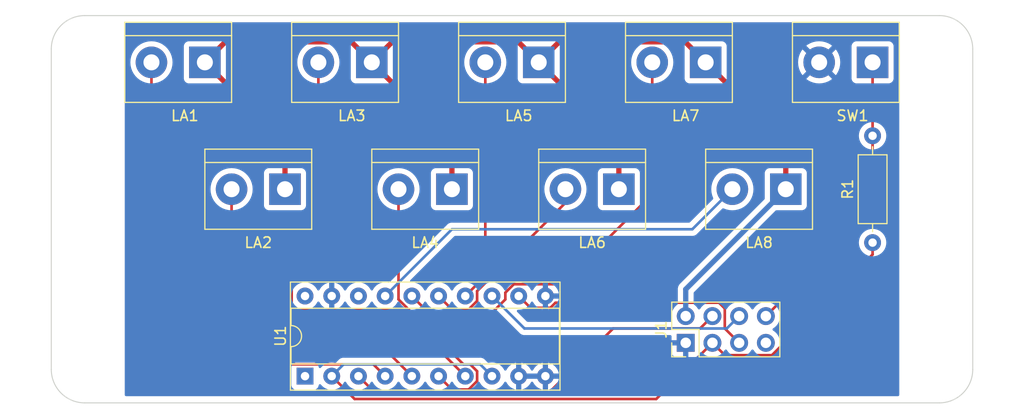
<source format=kicad_pcb>
(kicad_pcb (version 20221018) (generator pcbnew)
  (layers (0 "F.Cu" signal) (31 "B.Cu" signal) (34 "B.Paste" user) (35 "F.Paste" user) (36 "B.SilkS" user "B.Silkscreen") (37 "F.SilkS" user "F.Silkscreen") (38 "B.Mask" user) (39 "F.Mask" user) (44 "Edge.Cuts" user))
  (net 0 "")
  (net 1 "GND")
  (net 2 "+12V")
  (net 3 "+5V")
  (net 4 "Net-(J1-Pin_4)")
  (net 5 "Net-(J1-Pin_5)")
  (net 6 "Net-(J1-Pin_6)")
  (net 8 "Net-(J1-Pin_8)")
  (net 12 "Net-(LA1-+)")
  (net 13 "Net-(LA2-+)")
  (net 14 "Net-(LA3-+)")
  (net 15 "Net-(LA4-+)")
  (net 16 "Net-(LA5-+)")
  (net 17 "Net-(LA6-+)")
  (net 18 "Net-(LA7-+)")
  (net 19 "Net-(LA8-+)")
  (footprint "SMM:TerminalBlock-2_P5.08mm_small" (layer "F.Cu") (at 96.52 46.355 180)
    (fp_text reference "LA2" (at 2.54 -5.08) (layer "F.SilkS"))
    (fp_text value "Lamp")
    (fp_line (start -2.54 -3.81) (end -2.54 3.81) (stroke (width 0.12)) (layer "F.SilkS"))
    (fp_line (start -2.54 3.81) (end 7.62 3.81) (stroke (width 0.12)) (layer "F.SilkS"))
    (fp_line (start 7.62 -3.81) (end -2.54 -3.81) (stroke (width 0.12)) (layer "F.SilkS"))
    (fp_line (start 7.62 2.54) (end -2.54 2.54) (stroke (width 0.12)) (layer "F.SilkS"))
    (fp_line (start 7.62 3.81) (end 7.62 -3.81) (stroke (width 0.12)) (layer "F.SilkS"))
    (pad "1" thru_hole rect (at 0 0 180) (size 3 3) (drill 1.52) (layers "*.Cu" "*.Mask") (net 2 "+12V"))
    (pad "2" thru_hole circle (at 5.08 0 180) (size 3 3) (drill 1.52) (layers "*.Cu" "*.Mask") (net 13 "Net-(LA2-+)"))
  )
  (footprint "SMM:TerminalBlock-2_P5.08mm_small" (layer "F.Cu") (at 112.395 46.355 180)
    (fp_text reference "LA4" (at 2.54 -5.08) (layer "F.SilkS"))
    (fp_text value "Lamp")
    (fp_line (start -2.54 -3.81) (end -2.54 3.81) (stroke (width 0.12)) (layer "F.SilkS"))
    (fp_line (start -2.54 3.81) (end 7.62 3.81) (stroke (width 0.12)) (layer "F.SilkS"))
    (fp_line (start 7.62 -3.81) (end -2.54 -3.81) (stroke (width 0.12)) (layer "F.SilkS"))
    (fp_line (start 7.62 2.54) (end -2.54 2.54) (stroke (width 0.12)) (layer "F.SilkS"))
    (fp_line (start 7.62 3.81) (end 7.62 -3.81) (stroke (width 0.12)) (layer "F.SilkS"))
    (pad "1" thru_hole rect (at 0 0 180) (size 3 3) (drill 1.52) (layers "*.Cu" "*.Mask") (net 2 "+12V"))
    (pad "2" thru_hole circle (at 5.08 0 180) (size 3 3) (drill 1.52) (layers "*.Cu" "*.Mask") (net 15 "Net-(LA4-+)"))
  )
  (footprint "Package_DIP:DIP-20_W7.62mm_Socket" (layer "F.Cu") (at 98.425 64.135 90)
    (fp_text reference "U1" (at 3.81 -2.33 90) (layer "F.SilkS"))
    (fp_text value "TPIC6B595")
    (fp_line (start -1.33 -1.39) (end -1.33 24.25) (stroke (width 0.12)) (layer "F.SilkS"))
    (fp_line (start -1.33 24.25) (end 8.95 24.25) (stroke (width 0.12)) (layer "F.SilkS"))
    (fp_line (start 1.16 -1.33) (end 1.16 24.19) (stroke (width 0.12)) (layer "F.SilkS"))
    (fp_line (start 1.16 24.19) (end 6.46 24.19) (stroke (width 0.12)) (layer "F.SilkS"))
    (fp_line (start 2.81 -1.33) (end 1.16 -1.33) (stroke (width 0.12)) (layer "F.SilkS"))
    (fp_line (start 6.46 -1.33) (end 4.81 -1.33) (stroke (width 0.12)) (layer "F.SilkS"))
    (fp_line (start 6.46 24.19) (end 6.46 -1.33) (stroke (width 0.12)) (layer "F.SilkS"))
    (fp_line (start 8.95 -1.39) (end -1.33 -1.39) (stroke (width 0.12)) (layer "F.SilkS"))
    (fp_line (start 8.95 24.25) (end 8.95 -1.39) (stroke (width 0.12)) (layer "F.SilkS"))
    (fp_arc (start 4.81 -1.33) (mid 3.81 -0.33) (end 2.81 -1.33) (stroke (width 0.12)) (layer "F.SilkS"))
    (pad "1" thru_hole rect (at 0 0 90) (size 1.6 1.6) (drill 0.8) (layers "*.Cu" "*.Mask"))
    (pad "2" thru_hole oval (at 0 2.54 90) (size 1.6 1.6) (drill 0.8) (layers "*.Cu" "*.Mask") (net 3 "+5V"))
    (pad "3" thru_hole oval (at 0 5.08 90) (size 1.6 1.6) (drill 0.8) (layers "*.Cu" "*.Mask") (net 4 "Net-(J1-Pin_4)"))
    (pad "4" thru_hole oval (at 0 7.62 90) (size 1.6 1.6) (drill 0.8) (layers "*.Cu" "*.Mask") (net 12 "Net-(LA1-+)"))
    (pad "5" thru_hole oval (at 0 10.16 90) (size 1.6 1.6) (drill 0.8) (layers "*.Cu" "*.Mask") (net 13 "Net-(LA2-+)"))
    (pad "6" thru_hole oval (at 0 12.7 90) (size 1.6 1.6) (drill 0.8) (layers "*.Cu" "*.Mask") (net 15 "Net-(LA4-+)"))
    (pad "7" thru_hole oval (at 0 15.24 90) (size 1.6 1.6) (drill 0.8) (layers "*.Cu" "*.Mask") (net 14 "Net-(LA3-+)"))
    (pad "8" thru_hole oval (at 0 17.78 90) (size 1.6 1.6) (drill 0.8) (layers "*.Cu" "*.Mask") (net 3 "+5V"))
    (pad "9" thru_hole oval (at 0 20.32 90) (size 1.6 1.6) (drill 0.8) (layers "*.Cu" "*.Mask") (net 1 "GND"))
    (pad "10" thru_hole oval (at 0 22.86 90) (size 1.6 1.6) (drill 0.8) (layers "*.Cu" "*.Mask") (net 1 "GND"))
    (pad "11" thru_hole oval (at 7.62 22.86 90) (size 1.6 1.6) (drill 0.8) (layers "*.Cu" "*.Mask") (net 1 "GND"))
    (pad "12" thru_hole oval (at 7.62 20.32 90) (size 1.6 1.6) (drill 0.8) (layers "*.Cu" "*.Mask") (net 5 "Net-(J1-Pin_5)"))
    (pad "13" thru_hole oval (at 7.62 17.78 90) (size 1.6 1.6) (drill 0.8) (layers "*.Cu" "*.Mask") (net 6 "Net-(J1-Pin_6)"))
    (pad "14" thru_hole oval (at 7.62 15.24 90) (size 1.6 1.6) (drill 0.8) (layers "*.Cu" "*.Mask") (net 16 "Net-(LA5-+)"))
    (pad "15" thru_hole oval (at 7.62 12.7 90) (size 1.6 1.6) (drill 0.8) (layers "*.Cu" "*.Mask") (net 17 "Net-(LA6-+)"))
    (pad "16" thru_hole oval (at 7.62 10.16 90) (size 1.6 1.6) (drill 0.8) (layers "*.Cu" "*.Mask") (net 18 "Net-(LA7-+)"))
    (pad "17" thru_hole oval (at 7.62 7.62 90) (size 1.6 1.6) (drill 0.8) (layers "*.Cu" "*.Mask") (net 19 "Net-(LA8-+)"))
    (pad "18" thru_hole oval (at 7.62 5.08 90) (size 1.6 1.6) (drill 0.8) (layers "*.Cu" "*.Mask"))
    (pad "19" thru_hole oval (at 7.62 2.54 90) (size 1.6 1.6) (drill 0.8) (layers "*.Cu" "*.Mask") (net 1 "GND"))
    (pad "20" thru_hole oval (at 7.62 0 90) (size 1.6 1.6) (drill 0.8) (layers "*.Cu" "*.Mask"))
  )
  (footprint "SMM:TerminalBlock-2_P5.08mm_small" (layer "F.Cu") (at 128.27 46.355 180)
    (fp_text reference "LA6" (at 2.54 -5.08) (layer "F.SilkS"))
    (fp_text value "Lamp")
    (fp_line (start -2.54 -3.81) (end -2.54 3.81) (stroke (width 0.12)) (layer "F.SilkS"))
    (fp_line (start -2.54 3.81) (end 7.62 3.81) (stroke (width 0.12)) (layer "F.SilkS"))
    (fp_line (start 7.62 -3.81) (end -2.54 -3.81) (stroke (width 0.12)) (layer "F.SilkS"))
    (fp_line (start 7.62 2.54) (end -2.54 2.54) (stroke (width 0.12)) (layer "F.SilkS"))
    (fp_line (start 7.62 3.81) (end 7.62 -3.81) (stroke (width 0.12)) (layer "F.SilkS"))
    (pad "1" thru_hole rect (at 0 0 180) (size 3 3) (drill 1.52) (layers "*.Cu" "*.Mask") (net 2 "+12V"))
    (pad "2" thru_hole circle (at 5.08 0 180) (size 3 3) (drill 1.52) (layers "*.Cu" "*.Mask") (net 17 "Net-(LA6-+)"))
  )
  (footprint "Connector_PinHeader_2.54mm:PinHeader_2x04_P2.54mm_Vertical" (layer "F.Cu") (at 134.63 60.965 90)
    (fp_text reference "J1" (at 1.27 -2.33 90) (layer "F.SilkS"))
    (fp_text value "Conn_01x08")
    (fp_line (start -1.33 -1.33) (end 0 -1.33) (stroke (width 0.12)) (layer "F.SilkS"))
    (fp_line (start -1.33 0) (end -1.33 -1.33) (stroke (width 0.12)) (layer "F.SilkS"))
    (fp_line (start -1.33 1.27) (end -1.33 8.95) (stroke (width 0.12)) (layer "F.SilkS"))
    (fp_line (start -1.33 1.27) (end 1.27 1.27) (stroke (width 0.12)) (layer "F.SilkS"))
    (fp_line (start -1.33 8.95) (end 3.87 8.95) (stroke (width 0.12)) (layer "F.SilkS"))
    (fp_line (start 1.27 -1.33) (end 3.87 -1.33) (stroke (width 0.12)) (layer "F.SilkS"))
    (fp_line (start 1.27 1.27) (end 1.27 -1.33) (stroke (width 0.12)) (layer "F.SilkS"))
    (fp_line (start 3.87 -1.33) (end 3.87 8.95) (stroke (width 0.12)) (layer "F.SilkS"))
    (pad "1" thru_hole rect (at 0 0 90) (size 1.7 1.7) (drill 1) (layers "*.Cu" "*.Mask") (net 1 "GND"))
    (pad "2" thru_hole oval (at 2.54 0 90) (size 1.7 1.7) (drill 1) (layers "*.Cu" "*.Mask") (net 2 "+12V"))
    (pad "3" thru_hole oval (at 0 2.54 90) (size 1.7 1.7) (drill 1) (layers "*.Cu" "*.Mask") (net 3 "+5V"))
    (pad "4" thru_hole oval (at 2.54 2.54 90) (size 1.7 1.7) (drill 1) (layers "*.Cu" "*.Mask") (net 4 "Net-(J1-Pin_4)"))
    (pad "5" thru_hole oval (at 0 5.08 90) (size 1.7 1.7) (drill 1) (layers "*.Cu" "*.Mask") (net 5 "Net-(J1-Pin_5)"))
    (pad "6" thru_hole oval (at 2.54 5.08 90) (size 1.7 1.7) (drill 1) (layers "*.Cu" "*.Mask") (net 6 "Net-(J1-Pin_6)"))
    (pad "7" thru_hole oval (at 0 7.62 90) (size 1.7 1.7) (drill 1) (layers "*.Cu" "*.Mask"))
    (pad "8" thru_hole oval (at 2.54 7.62 90) (size 1.7 1.7) (drill 1) (layers "*.Cu" "*.Mask") (net 8 "Net-(J1-Pin_8)"))
  )
  (footprint "SMM:Resistor_L6.3mm_D2.5mm_P10.16mm_Horizontal" (layer "F.Cu") (at 152.4 51.435 90)
    (fp_text reference "R1" (at 5.08 -2.37 90) (layer "F.SilkS"))
    (fp_text value "R")
    (fp_line (start 1.04 0) (end 1.81 0) (stroke (width 0.12)) (layer "F.SilkS"))
    (fp_line (start 1.81 -1.37) (end 1.81 1.37) (stroke (width 0.12)) (layer "F.SilkS"))
    (fp_line (start 1.81 1.37) (end 8.35 1.37) (stroke (width 0.12)) (layer "F.SilkS"))
    (fp_line (start 8.35 -1.37) (end 1.81 -1.37) (stroke (width 0.12)) (layer "F.SilkS"))
    (fp_line (start 8.35 1.37) (end 8.35 -1.37) (stroke (width 0.12)) (layer "F.SilkS"))
    (fp_line (start 9.12 0) (end 8.35 0) (stroke (width 0.12)) (layer "F.SilkS"))
    (pad "1" thru_hole circle (at 0 0 90) (size 1.6 1.6) (drill 0.8) (layers "*.Cu" "*.Mask") (net 3 "+5V"))
    (pad "2" thru_hole oval (at 10.16 0 90) (size 1.6 1.6) (drill 0.8) (layers "*.Cu" "*.Mask") (net 8 "Net-(J1-Pin_8)"))
  )
  (footprint "SMM:TerminalBlock-2_P5.08mm_small" (layer "F.Cu") (at 152.4 34.29 180)
    (fp_text reference "SW1" (at 1.905 -5.08) (layer "F.SilkS"))
    (fp_text value "SW_Push")
    (fp_line (start -2.54 -3.81) (end -2.54 3.81) (stroke (width 0.12)) (layer "F.SilkS"))
    (fp_line (start -2.54 3.81) (end 7.62 3.81) (stroke (width 0.12)) (layer "F.SilkS"))
    (fp_line (start 7.62 -3.81) (end -2.54 -3.81) (stroke (width 0.12)) (layer "F.SilkS"))
    (fp_line (start 7.62 2.54) (end -2.54 2.54) (stroke (width 0.12)) (layer "F.SilkS"))
    (fp_line (start 7.62 3.81) (end 7.62 -3.81) (stroke (width 0.12)) (layer "F.SilkS"))
    (pad "1" thru_hole rect (at 0 0 180) (size 3 3) (drill 1.52) (layers "*.Cu" "*.Mask") (net 8 "Net-(J1-Pin_8)"))
    (pad "2" thru_hole circle (at 5.08 0 180) (size 3 3) (drill 1.52) (layers "*.Cu" "*.Mask") (net 1 "GND"))
  )
  (footprint "SMM:TerminalBlock-2_P5.08mm_small" (layer "F.Cu") (at 144.145 46.355 180)
    (fp_text reference "LA8" (at 2.54 -5.08) (layer "F.SilkS"))
    (fp_text value "Lamp")
    (fp_line (start -2.54 -3.81) (end -2.54 3.81) (stroke (width 0.12)) (layer "F.SilkS"))
    (fp_line (start -2.54 3.81) (end 7.62 3.81) (stroke (width 0.12)) (layer "F.SilkS"))
    (fp_line (start 7.62 -3.81) (end -2.54 -3.81) (stroke (width 0.12)) (layer "F.SilkS"))
    (fp_line (start 7.62 2.54) (end -2.54 2.54) (stroke (width 0.12)) (layer "F.SilkS"))
    (fp_line (start 7.62 3.81) (end 7.62 -3.81) (stroke (width 0.12)) (layer "F.SilkS"))
    (pad "1" thru_hole rect (at 0 0 180) (size 3 3) (drill 1.52) (layers "*.Cu" "*.Mask") (net 2 "+12V"))
    (pad "2" thru_hole circle (at 5.08 0 180) (size 3 3) (drill 1.52) (layers "*.Cu" "*.Mask") (net 19 "Net-(LA8-+)"))
  )
  (footprint "MountingHole:MountingHole_2.5mm" (layer "F.Cu") (at 158.75 33.02)
    (fp_text reference "REF**" hide)
    (fp_text value "MountingHole_2.5mm")
    (pad "" np_thru_hole circle (at 0 0) (size 2.5 2.5) (drill 2.5) (layers "*.Cu" "*.Mask"))
  )
  (footprint "MountingHole:MountingHole_2.5mm" (layer "F.Cu") (at 77.47 63.5)
    (fp_text reference "REF**" hide)
    (fp_text value "MountingHole_2.5mm")
    (pad "" np_thru_hole circle (at 0 0) (size 2.5 2.5) (drill 2.5) (layers "*.Cu" "*.Mask"))
  )
  (footprint "SMM:TerminalBlock-2_P5.08mm_small" (layer "F.Cu") (at 120.65 34.29 180)
    (fp_text reference "LA5" (at 1.905 -5.08) (layer "F.SilkS"))
    (fp_text value "Lamp")
    (fp_line (start -2.54 -3.81) (end -2.54 3.81) (stroke (width 0.12)) (layer "F.SilkS"))
    (fp_line (start -2.54 3.81) (end 7.62 3.81) (stroke (width 0.12)) (layer "F.SilkS"))
    (fp_line (start 7.62 -3.81) (end -2.54 -3.81) (stroke (width 0.12)) (layer "F.SilkS"))
    (fp_line (start 7.62 2.54) (end -2.54 2.54) (stroke (width 0.12)) (layer "F.SilkS"))
    (fp_line (start 7.62 3.81) (end 7.62 -3.81) (stroke (width 0.12)) (layer "F.SilkS"))
    (pad "1" thru_hole rect (at 0 0 180) (size 3 3) (drill 1.52) (layers "*.Cu" "*.Mask") (net 2 "+12V"))
    (pad "2" thru_hole circle (at 5.08 0 180) (size 3 3) (drill 1.52) (layers "*.Cu" "*.Mask") (net 16 "Net-(LA5-+)"))
  )
  (footprint "SMM:TerminalBlock-2_P5.08mm_small" (layer "F.Cu") (at 136.525 34.29 180)
    (fp_text reference "LA7" (at 1.905 -5.08) (layer "F.SilkS"))
    (fp_text value "Lamp")
    (fp_line (start -2.54 -3.81) (end -2.54 3.81) (stroke (width 0.12)) (layer "F.SilkS"))
    (fp_line (start -2.54 3.81) (end 7.62 3.81) (stroke (width 0.12)) (layer "F.SilkS"))
    (fp_line (start 7.62 -3.81) (end -2.54 -3.81) (stroke (width 0.12)) (layer "F.SilkS"))
    (fp_line (start 7.62 2.54) (end -2.54 2.54) (stroke (width 0.12)) (layer "F.SilkS"))
    (fp_line (start 7.62 3.81) (end 7.62 -3.81) (stroke (width 0.12)) (layer "F.SilkS"))
    (pad "1" thru_hole rect (at 0 0 180) (size 3 3) (drill 1.52) (layers "*.Cu" "*.Mask") (net 2 "+12V"))
    (pad "2" thru_hole circle (at 5.08 0 180) (size 3 3) (drill 1.52) (layers "*.Cu" "*.Mask") (net 18 "Net-(LA7-+)"))
  )
  (footprint "MountingHole:MountingHole_2.5mm" (layer "F.Cu") (at 77.47 33.02)
    (fp_text reference "REF**" hide)
    (fp_text value "MountingHole_2.5mm")
    (pad "" np_thru_hole circle (at 0 0) (size 2.5 2.5) (drill 2.5) (layers "*.Cu" "*.Mask"))
  )
  (footprint "MountingHole:MountingHole_2.5mm" (layer "F.Cu") (at 158.75 63.5)
    (fp_text reference "REF**" hide)
    (fp_text value "MountingHole_2.5mm")
    (pad "" np_thru_hole circle (at 0 0) (size 2.5 2.5) (drill 2.5) (layers "*.Cu" "*.Mask"))
  )
  (footprint "SMM:TerminalBlock-2_P5.08mm_small" (layer "F.Cu") (at 88.9 34.29 180)
    (fp_text reference "LA1" (at 1.905 -5.08) (layer "F.SilkS"))
    (fp_text value "Lamp")
    (fp_line (start -2.54 -3.81) (end -2.54 3.81) (stroke (width 0.12)) (layer "F.SilkS"))
    (fp_line (start -2.54 3.81) (end 7.62 3.81) (stroke (width 0.12)) (layer "F.SilkS"))
    (fp_line (start 7.62 -3.81) (end -2.54 -3.81) (stroke (width 0.12)) (layer "F.SilkS"))
    (fp_line (start 7.62 2.54) (end -2.54 2.54) (stroke (width 0.12)) (layer "F.SilkS"))
    (fp_line (start 7.62 3.81) (end 7.62 -3.81) (stroke (width 0.12)) (layer "F.SilkS"))
    (pad "1" thru_hole rect (at 0 0 180) (size 3 3) (drill 1.52) (layers "*.Cu" "*.Mask") (net 2 "+12V"))
    (pad "2" thru_hole circle (at 5.08 0 180) (size 3 3) (drill 1.52) (layers "*.Cu" "*.Mask") (net 12 "Net-(LA1-+)"))
  )
  (footprint "SMM:TerminalBlock-2_P5.08mm_small" (layer "F.Cu") (at 104.775 34.29 180)
    (fp_text reference "LA3" (at 1.905 -5.08) (layer "F.SilkS"))
    (fp_text value "Lamp")
    (fp_line (start -2.54 -3.81) (end -2.54 3.81) (stroke (width 0.12)) (layer "F.SilkS"))
    (fp_line (start -2.54 3.81) (end 7.62 3.81) (stroke (width 0.12)) (layer "F.SilkS"))
    (fp_line (start 7.62 -3.81) (end -2.54 -3.81) (stroke (width 0.12)) (layer "F.SilkS"))
    (fp_line (start 7.62 2.54) (end -2.54 2.54) (stroke (width 0.12)) (layer "F.SilkS"))
    (fp_line (start 7.62 3.81) (end 7.62 -3.81) (stroke (width 0.12)) (layer "F.SilkS"))
    (pad "1" thru_hole rect (at 0 0 180) (size 3 3) (drill 1.52) (layers "*.Cu" "*.Mask") (net 2 "+12V"))
    (pad "2" thru_hole circle (at 5.08 0 180) (size 3 3) (drill 1.52) (layers "*.Cu" "*.Mask") (net 14 "Net-(LA3-+)"))
  )
  (gr_arc (start 161.925 63.5) (mid 160.995064 65.745064) (end 158.75 66.675) (stroke (width 0.1)) (layer "Edge.Cuts"))
  (gr_arc (start 158.75 29.845) (mid 160.995064 30.774936) (end 161.925 33.02) (stroke (width 0.1)) (layer "Edge.Cuts"))
  (gr_line (start 158.75 29.845) (end 77.47 29.845) (stroke (width 0.1)) (layer "Edge.Cuts"))
  (gr_arc (start 77.47 66.675) (mid 75.224936 65.745064) (end 74.295 63.5) (stroke (width 0.1)) (layer "Edge.Cuts"))
  (gr_line (start 161.925 63.5) (end 161.925 33.02) (stroke (width 0.1)) (layer "Edge.Cuts"))
  (gr_line (start 77.47 66.675) (end 158.75 66.675) (stroke (width 0.1)) (layer "Edge.Cuts"))
  (gr_arc (start 74.295 33.02) (mid 75.224936 30.774936) (end 77.47 29.845) (stroke (width 0.1)) (layer "Edge.Cuts"))
  (gr_line (start 74.295 33.02) (end 74.295 63.5) (stroke (width 0.1)) (layer "Edge.Cuts"))
  (segment (start 120.65 34.29) (end 122.6 32.34) (width 0.5) (layer "F.Cu") (net 2))
  (segment (start 134.575 32.34) (end 136.525 34.29) (width 0.5) (layer "F.Cu") (net 2))
  (segment (start 106.725 32.34) (end 118.7 32.34) (width 0.5) (layer "F.Cu") (net 2))
  (segment (start 120.65 34.29) (end 128.27 41.91) (width 0.5) (layer "F.Cu") (net 2))
  (segment (start 96.52 41.91) (end 96.52 46.355) (width 0.5) (layer "F.Cu") (net 2))
  (segment (start 128.27 41.91) (end 128.27 46.355) (width 0.5) (layer "F.Cu") (net 2))
  (segment (start 102.825 32.34) (end 104.775 34.29) (width 0.5) (layer "F.Cu") (net 2))
  (segment (start 88.9 34.29) (end 90.85 32.34) (width 0.5) (layer "F.Cu") (net 2))
  (segment (start 144.145 41.91) (end 144.145 46.355) (width 0.5) (layer "F.Cu") (net 2))
  (segment (start 118.7 32.34) (end 120.65 34.29) (width 0.5) (layer "F.Cu") (net 2))
  (segment (start 104.775 34.29) (end 112.395 41.91) (width 0.5) (layer "F.Cu") (net 2))
  (segment (start 112.395 41.91) (end 112.395 46.355) (width 0.5) (layer "F.Cu") (net 2))
  (segment (start 104.775 34.29) (end 106.725 32.34) (width 0.5) (layer "F.Cu") (net 2))
  (segment (start 136.525 34.29) (end 144.145 41.91) (width 0.5) (layer "F.Cu") (net 2))
  (segment (start 90.85 32.34) (end 102.825 32.34) (width 0.5) (layer "F.Cu") (net 2))
  (segment (start 88.9 34.29) (end 96.52 41.91) (width 0.5) (layer "F.Cu") (net 2))
  (segment (start 122.6 32.34) (end 134.575 32.34) (width 0.5) (layer "F.Cu") (net 2))
  (segment (start 134.63 55.87) (end 144.145 46.355) (width 0.5) (layer "B.Cu") (net 2))
  (segment (start 134.63 58.425) (end 134.63 55.87) (width 0.5) (layer "B.Cu") (net 2))
  (segment (start 131.83 66.305) (end 103.135 66.305) (width 0.25) (layer "F.Cu") (net 3))
  (segment (start 152.4 52.56637) (end 142.82637 62.14) (width 0.25) (layer "F.Cu") (net 3))
  (segment (start 137.17 60.965) (end 131.83 66.305) (width 0.25) (layer "F.Cu") (net 3))
  (segment (start 138.345 62.14) (end 137.17 60.965) (width 0.25) (layer "F.Cu") (net 3))
  (segment (start 142.82637 62.14) (end 138.345 62.14) (width 0.25) (layer "F.Cu") (net 3))
  (segment (start 152.4 51.435) (end 152.4 52.56637) (width 0.25) (layer "F.Cu") (net 3))
  (segment (start 103.135 66.305) (end 100.965 64.135) (width 0.25) (layer "F.Cu") (net 3))
  (segment (start 100.965 64.135) (end 102.09 63.01) (width 0.25) (layer "B.Cu") (net 3))
  (segment (start 102.09 63.01) (end 115.08 63.01) (width 0.25) (layer "B.Cu") (net 3))
  (segment (start 115.08 63.01) (end 116.205 64.135) (width 0.25) (layer "B.Cu") (net 3))
  (segment (start 127.725 59.6) (end 121.47 65.855) (width 0.25) (layer "F.Cu") (net 4))
  (segment (start 105.225 65.855) (end 103.505 64.135) (width 0.25) (layer "F.Cu") (net 4))
  (segment (start 121.47 65.855) (end 105.225 65.855) (width 0.25) (layer "F.Cu") (net 4))
  (segment (start 137.17 58.425) (end 135.995 59.6) (width 0.25) (layer "F.Cu") (net 4))
  (segment (start 135.995 59.6) (end 127.725 59.6) (width 0.25) (layer "F.Cu") (net 4))
  (segment (start 119.87 57.64) (end 118.745 56.515) (width 0.25) (layer "F.Cu") (net 5))
  (segment (start 137.795 57.15) (end 122.240991 57.15) (width 0.25) (layer "F.Cu") (net 5))
  (segment (start 138.345 59.6) (end 138.345 57.7) (width 0.25) (layer "F.Cu") (net 5))
  (segment (start 121.750991 57.64) (end 119.87 57.64) (width 0.25) (layer "F.Cu") (net 5))
  (segment (start 138.345 57.7) (end 137.795 57.15) (width 0.25) (layer "F.Cu") (net 5))
  (segment (start 122.240991 57.15) (end 121.750991 57.64) (width 0.25) (layer "F.Cu") (net 5))
  (segment (start 139.71 60.965) (end 138.345 59.6) (width 0.25) (layer "F.Cu") (net 5))
  (segment (start 138.535 59.6) (end 119.29 59.6) (width 0.25) (layer "B.Cu") (net 6))
  (segment (start 119.29 59.6) (end 116.205 56.515) (width 0.25) (layer "B.Cu") (net 6))
  (segment (start 139.71 58.425) (end 138.535 59.6) (width 0.25) (layer "B.Cu") (net 6))
  (segment (start 152.4 34.29) (end 152.4 41.275) (width 0.25) (layer "F.Cu") (net 8))
  (segment (start 152.4 41.275) (end 152.4 48.275) (width 0.25) (layer "F.Cu") (net 8))
  (segment (start 152.4 48.275) (end 142.25 58.425) (width 0.25) (layer "F.Cu") (net 8))
  (segment (start 104.92 63.01) (end 106.045 64.135) (width 0.25) (layer "F.Cu") (net 12))
  (segment (start 83.82 50.801396) (end 96.028604 63.01) (width 0.25) (layer "F.Cu") (net 12))
  (segment (start 96.028604 63.01) (end 104.92 63.01) (width 0.25) (layer "F.Cu") (net 12))
  (segment (start 83.82 34.29) (end 83.82 50.801396) (width 0.25) (layer "F.Cu") (net 12))
  (segment (start 91.44 57.785) (end 93.345 59.69) (width 0.25) (layer "F.Cu") (net 13))
  (segment (start 91.44 46.355) (end 91.44 57.785) (width 0.25) (layer "F.Cu") (net 13))
  (segment (start 93.345 59.69) (end 104.14 59.69) (width 0.25) (layer "F.Cu") (net 13))
  (segment (start 104.14 59.69) (end 108.585 64.135) (width 0.25) (layer "F.Cu") (net 13))
  (segment (start 97.155 57.785) (end 107.315 57.785) (width 0.25) (layer "F.Cu") (net 14))
  (segment (start 99.695 48.284009) (end 97.155 50.824009) (width 0.25) (layer "F.Cu") (net 14))
  (segment (start 97.155 50.824009) (end 97.155 57.785) (width 0.25) (layer "F.Cu") (net 14))
  (segment (start 99.695 34.29) (end 99.695 48.284009) (width 0.25) (layer "F.Cu") (net 14))
  (segment (start 107.315 57.785) (end 113.665 64.135) (width 0.25) (layer "F.Cu") (net 14))
  (segment (start 107.315 46.355) (end 107.315 56.835991) (width 0.25) (layer "F.Cu") (net 15))
  (segment (start 114.79 64.600991) (end 113.985991 65.405) (width 0.25) (layer "F.Cu") (net 15))
  (segment (start 113.489009 63.01) (end 114.130991 63.01) (width 0.25) (layer "F.Cu") (net 15))
  (segment (start 114.79 63.669009) (end 114.79 64.600991) (width 0.25) (layer "F.Cu") (net 15))
  (segment (start 114.130991 63.01) (end 114.79 63.669009) (width 0.25) (layer "F.Cu") (net 15))
  (segment (start 112.395 65.405) (end 111.125 64.135) (width 0.25) (layer "F.Cu") (net 15))
  (segment (start 107.315 56.835991) (end 113.489009 63.01) (width 0.25) (layer "F.Cu") (net 15))
  (segment (start 113.985991 65.405) (end 112.395 65.405) (width 0.25) (layer "F.Cu") (net 15))
  (segment (start 115.57 54.61) (end 113.665 56.515) (width 0.25) (layer "F.Cu") (net 16))
  (segment (start 115.57 34.29) (end 115.57 54.61) (width 0.25) (layer "F.Cu") (net 16))
  (segment (start 114.79 56.980991) (end 113.985991 57.785) (width 0.25) (layer "F.Cu") (net 17))
  (segment (start 123.19 47.649009) (end 114.79 56.049009) (width 0.25) (layer "F.Cu") (net 17))
  (segment (start 113.985991 57.785) (end 112.395 57.785) (width 0.25) (layer "F.Cu") (net 17))
  (segment (start 112.395 57.785) (end 111.125 56.515) (width 0.25) (layer "F.Cu") (net 17))
  (segment (start 123.19 46.355) (end 123.19 47.649009) (width 0.25) (layer "F.Cu") (net 17))
  (segment (start 114.79 56.049009) (end 114.79 56.980991) (width 0.25) (layer "F.Cu") (net 17))
  (segment (start 117.475 56.194009) (end 117.475 56.835991) (width 0.25) (layer "F.Cu") (net 18))
  (segment (start 110.305 58.235) (end 108.585 56.515) (width 0.25) (layer "F.Cu") (net 18))
  (segment (start 118.279009 55.39) (end 117.475 56.194009) (width 0.25) (layer "F.Cu") (net 18))
  (segment (start 131.445 34.29) (end 131.445 46.83) (width 0.25) (layer "F.Cu") (net 18))
  (segment (start 117.475 56.835991) (end 116.075991 58.235) (width 0.25) (layer "F.Cu") (net 18))
  (segment (start 131.445 46.83) (end 122.885 55.39) (width 0.25) (layer "F.Cu") (net 18))
  (segment (start 122.885 55.39) (end 118.279009 55.39) (width 0.25) (layer "F.Cu") (net 18))
  (segment (start 116.075991 58.235) (end 110.305 58.235) (width 0.25) (layer "F.Cu") (net 18))
  (segment (start 112.395 50.165) (end 106.045 56.515) (width 0.25) (layer "B.Cu") (net 19))
  (segment (start 135.255 50.165) (end 112.395 50.165) (width 0.25) (layer "B.Cu") (net 19))
  (segment (start 139.065 46.355) (end 135.255 50.165) (width 0.25) (layer "B.Cu") (net 19))
  (zone (net 1) (net_name "GND") (layer "B.Cu") (connect_pads (clearance 0.5)) (min_thickness 0.25) (fill yes (thermal_gap 0.5) (thermal_bridge_width 0.5))
    (polygon (pts (xy 81.28 30.48) (xy 154.94 30.48) (xy 154.94 66.04) (xy 81.28 66.04)))
  )
)
</source>
